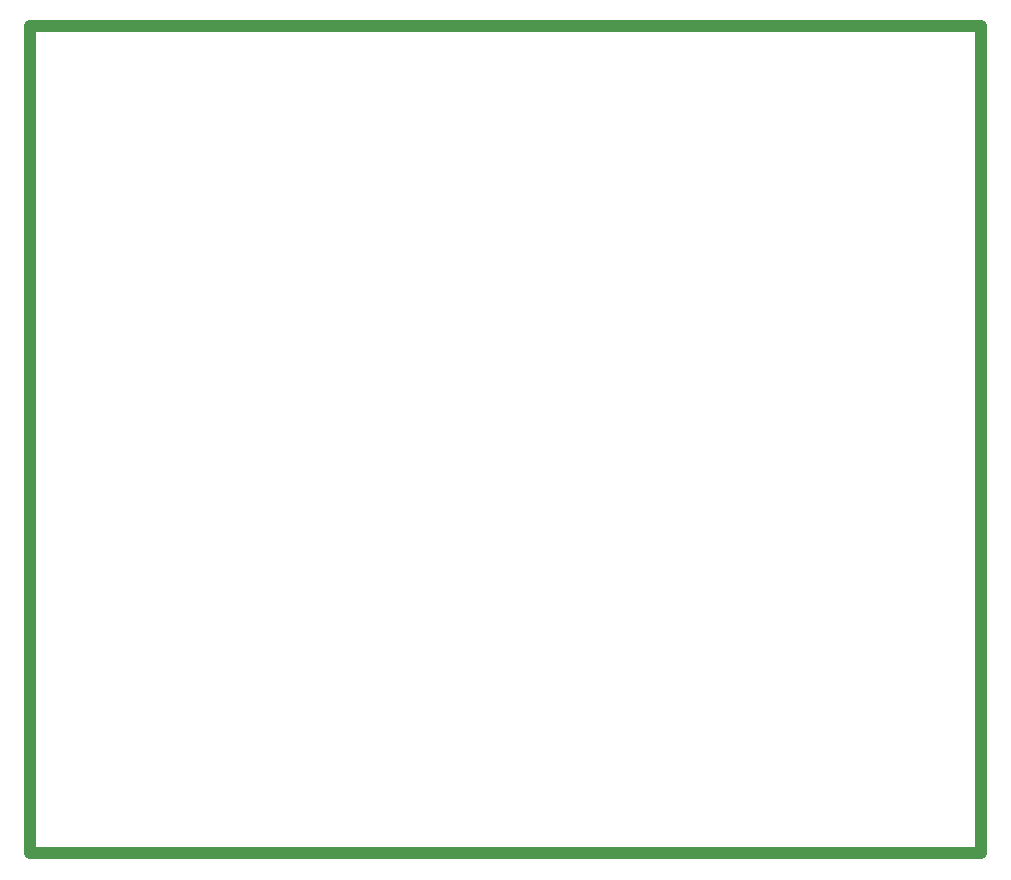
<source format=gbr>
%TF.GenerationSoftware,Altium Limited,Altium Designer,20.0.12 (288)*%
G04 Layer_Color=16711935*
%FSLAX44Y44*%
%MOMM*%
%TF.FileFunction,Other,Mechanical_1*%
%TF.Part,Single*%
G01*
G75*
%TA.AperFunction,NonConductor*%
%ADD47C,1.0000*%
D47*
X0Y0D02*
X805000D01*
X0Y700000D02*
X0Y0D01*
X805000Y700000D02*
X805000Y0D01*
X0Y700000D02*
X805000D01*
%TF.MD5,c6b54a3cdb1f21e7361371e8f9be7124*%
M02*

</source>
